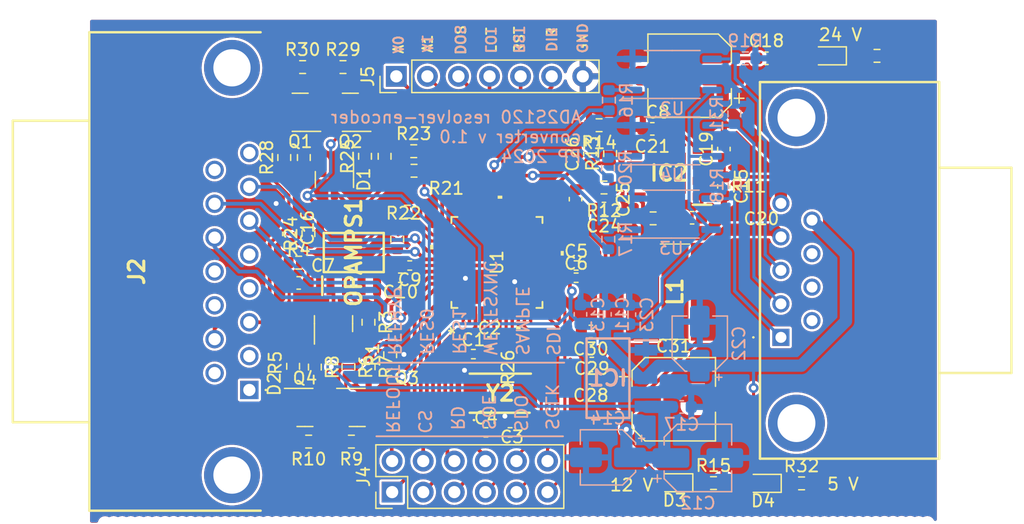
<source format=kicad_pcb>
(kicad_pcb (version 20221018) (generator pcbnew)
  (layers (0 "F.Cu" signal) (31 "B.Cu" signal) (34 "B.Paste" user) (35 "F.Paste" user) (36 "B.SilkS" user "B.Silkscreen") (37 "F.SilkS" user "F.Silkscreen") (38 "B.Mask" user) (39 "F.Mask" user) (44 "Edge.Cuts" user))
  (net 0 "")
  (net 14 "ENCODER_EMULATE_A")
  (net 15 "ENCODER_EMULATE_B")
  (net 16 "ENCODER_EMULATE_NM")
  (net 17 "GND")
  (net 18 "Net-(U1-CLKIN)")
  (net 19 "Net-(U1-XTALOUT)")
  (net 20 "/EXC")
  (net 21 "/~EXC")
  (net 22 "S1")
  (net 23 "S3")
  (net 24 "S4")
  (net 25 "S2")
  (net 37 "R1")
  (net 38 "R2")
  (net 40 "Net-(OPAMPS1---Pad2)")
  (net 41 "Net-(C7-Pad1)")
  (net 42 "Net-(C16-Pad1)")
  (net 43 "Net-(OPAMPS1---Pad6)")
  (net 44 "Net-(Q2-B)")
  (net 45 "Net-(D1-A)")
  (net 46 "Net-(Q1-B)")
  (net 47 "Net-(Q1-E)")
  (net 48 "Net-(Q2-E)")
  (net 49 "Net-(Q3-B)")
  (net 50 "Net-(Q3-E)")
  (net 51 "Net-(Q4-B)")
  (net 52 "Net-(Q4-E)")
  (net 53 "Net-(D1-K-Pad1)")
  (net 54 "Net-(OPAMPS1-OUTPUT_2)")
  (net 55 "Net-(D2-K-Pad1)")
  (net 56 "Net-(D2-A)")
  (net 57 "Net-(OPAMPS1-output_1)")
  (net 58 "EXTERNAL_24V")
  (net 59 "12_V")
  (net 60 "EXTERNAL_5V")
  (net 61 "RES1")
  (net 62 "CS")
  (net 63 "RD")
  (net 64 "WR{slash}FSYNC")
  (net 65 "SOE")
  (net 66 "SAMPLE")
  (net 67 "SDO ")
  (net 68 "SDI ")
  (net 69 "SCLK")
  (net 70 "DIR")
  (net 71 "RESET")
  (net 72 "LOT")
  (net 73 "DOS")
  (net 74 "A1")
  (net 75 "A0")
  (net 76 "REFBYP")
  (net 77 "REFOUT")
  (net 78 "RES0")
  (net 79 "EXTERNAL_GND")
  (net 82 "Net-(C20-Pad1)")
  (net 83 "Net-(IC2-BST)")
  (net 84 "Net-(IC2-SS)")
  (net 85 "Net-(IC2-COMP)")
  (net 86 "Net-(C25-Pad1)")
  (net 87 "Net-(IC2-FB)")
  (net 88 "Net-(IC2-SW)")
  (net 89 "Net-(D3-K)")
  (net 91 "/optoisolation/NM")
  (net 92 "Net-(R16-Pad2)")
  (net 93 "/optoisolation/A")
  (net 94 "Net-(R17-Pad2)")
  (net 95 "/optoisolation/B")
  (net 96 "Net-(R20-Pad2)")
  (net 98 "Net-(D4-K)")
  (net 99 "Net-(D5-K)")
  (footprint "Capacitor_SMD:C_0603_1608Metric" (layer "F.Cu") (at 136.475 76.275 90)
    (fp_text reference "C19")
    (fp_text value "10u ")
  )
  (footprint "Capacitor_SMD:C_0603_1608Metric" (layer "F.Cu") (at 125.6 91.2 180)
    (fp_text reference "C30")
    (fp_text value "10u ")
  )
  (footprint "footprints:AD2S1210WDSTZ_ADI" (layer "F.Cu") (at 117.925 85.54982 90)
    (fp_text reference "U1")
    (fp_text value "AD2S1210WDSTZ")
  )
  (footprint "Resistor_SMD:R_0402_1005Metric" (layer "F.Cu") (at 110.8 85.8 180)
    (fp_text reference "C9")
    (fp_text value "10 nF")
  )
  (footprint "Package_TO_SOT_SMD:SOT-23" (layer "F.Cu") (at 101.84375 73.26875 180)
    (fp_text reference "Q1")
    (fp_text value "BC807")
  )
  (footprint "Capacitor_SMD:C_0603_1608Metric" (layer "F.Cu") (at 126.673 81.145 180)
    (fp_text reference "C24")
    (fp_text value "15p")
  )
  (footprint "Capacitor_SMD:C_0603_1608Metric" (layer "F.Cu") (at 125.6 95 180)
    (fp_text reference "C28")
    (fp_text value "10u ")
  )
  (footprint "Resistor_SMD:R_0603_1608Metric" (layer "F.Cu") (at 100.54375 76.96875 90)
    (fp_text reference "R28")
    (fp_text value "R")
  )
  (footprint "TL082CD:SOIC127P600X175-8N" (layer "F.Cu") (at 106.22375 84.74075 90)
    (fp_text reference "OPAMPS1")
    (fp_text value "TL082CD" hide)
  )
  (footprint "Resistor_SMD:R_0402_1005Metric" (layer "F.Cu") (at 124.4 86.8)
    (fp_text reference "C6")
    (fp_text value "4.7 uF")
  )
  (footprint "Resistor_SMD:R_0402_1005Metric" (layer "F.Cu") (at 124.4 85.8)
    (fp_text reference "C5")
    (fp_text value "10 nF")
  )
  (footprint "Resistor_SMD:R_0603_1608Metric" (layer "F.Cu") (at 142.825 103.625)
    (fp_text reference "R32")
    (fp_text value "2k7")
  )
  (footprint "Resistor_SMD:R_0603_1608Metric" (layer "F.Cu") (at 101.72255 85.56875 180)
    (fp_text reference "R4")
    (fp_text value "R")
  )
  (footprint "Resistor_SMD:R_0603_1608Metric" (layer "F.Cu") (at 105.78725 94.09105 -90)
    (fp_text reference "R6")
    (fp_text value "R")
  )
  (footprint "DS1037:DS10370115FNAKSI74" (layer "F.Cu") (at 97.69 95.985 -90)
    (fp_text reference "J2")
    (fp_text value "DS1037-01-15FNAKSI74" hide)
  )
  (footprint "Resistor_SMD:R_0603_1608Metric" (layer "F.Cu") (at 107.14375 76.86875 90)
    (fp_text reference "R25")
    (fp_text value "R")
  )
  (footprint "AP64501SP:SOIC127P600X163-9N" (layer "F.Cu") (at 132.003 78.25 180)
    (fp_text reference "IC2")
    (fp_text value "AP64501SP-13" hide)
  )
  (footprint "Resistor_SMD:R_0603_1608Metric" (layer "F.Cu") (at 102.53675 100.20825 180)
    (fp_text reference "R10")
    (fp_text value "R")
  )
  (footprint "Resistor_SMD:R_0402_1005Metric" (layer "F.Cu") (at 116 93.05)
    (fp_text reference "C1")
    (fp_text value "4.7 uF")
  )
  (footprint "Resistor_SMD:R_0603_1608Metric" (layer "F.Cu") (at 111.125 76.45)
    (fp_text reference "R23")
    (fp_text value "R")
  )
  (footprint "Connector_PinHeader_2.54mm:PinHeader_2x06_P2.54mm_Vertical" (layer "F.Cu") (at 109.36 104.34 90)
    (fp_text reference "J4")
    (fp_text value "Conn_02x06_Counter_Clockwise" hide)
  )
  (footprint "Package_TO_SOT_SMD:SOT-23" (layer "F.Cu") (at 104.56875 90.55625 90)
    (fp_text reference "D2")
    (fp_text value "BAV99")
  )
  (footprint "Resistor_SMD:R_0603_1608Metric" (layer "F.Cu") (at 103.04475 94.11225 -90)
    (fp_text reference "R8")
    (fp_text value "R")
  )
  (footprint "Resistor_SMD:R_0603_1608Metric" (layer "F.Cu") (at 102.04375 69.56875)
    (fp_text reference "R30")
    (fp_text value "R")
  )
  (footprint "Resistor_SMD:R_0603_1608Metric" (layer "F.Cu") (at 110.6 81.4 180)
    (fp_text reference "R22")
    (fp_text value "R")
  )
  (footprint "Resistor_SMD:R_0603_1608Metric" (layer "F.Cu") (at 105.34375 69.56875)
    (fp_text reference "R29")
    (fp_text value "R")
  )
  (footprint "Resistor_SMD:R_0603_1608Metric" (layer "F.Cu") (at 109.775 83.65 -90)
    (fp_text reference "R2" hide)
    (fp_text value "R")
  )
  (footprint "Capacitor_SMD:CP_Elec_6.3x7.7" (layer "F.Cu") (at 133.675 70.275 180)
    (fp_text reference "C8")
    (fp_text value "100u")
  )
  (footprint "Capacitor_SMD:C_0603_1608Metric" (layer "F.Cu") (at 133.878 81.895)
    (fp_text reference "C20")
    (fp_text value "100n")
  )
  (footprint "Package_TO_SOT_SMD:SOT-23" (layer "F.Cu") (at 106.50575 97.41425)
    (fp_text reference "Q3")
    (fp_text value "BC807")
  )
  (footprint "Resistor_SMD:R_0402_1005Metric" (layer "F.Cu") (at 117.325 92.025)
    (fp_text reference "C2")
    (fp_text value "10 nF")
  )
  (footprint "Resistor_SMD:R_0603_1608Metric" (layer "F.Cu") (at 148.99 68.65)
    (fp_text reference "R33" hide)
    (fp_text value "20k" hide)
  )
  (footprint "LD09P13A4GX00LF:LD09P13A4GX00LF" (layer "F.Cu") (at 141.135 91.68 90)
    (fp_text reference "J3" hide)
    (fp_text value "LD09P13A4GX00LF" hide)
  )
  (footprint "Package_TO_SOT_SMD:SOT-23" (layer "F.Cu") (at 102.23425 97.41425)
    (fp_text reference "Q4")
    (fp_text value "BC817")
  )
  (footprint "ABM3-8.192MHZ-B4Y-T:ABM3" (layer "F.Cu") (at 118.2 96.25)
    (fp_text reference "Y2")
    (fp_text value "ABM3-8.192MHZ-B4Y-T" hide)
  )
  (footprint "Resistor_SMD:R_0603_1608Metric" (layer "F.Cu") (at 106.02975 100.20825 180)
    (fp_text reference "R9")
    (fp_text value "R")
  )
  (footprint "Resistor_SMD:R_0603_1608Metric" (layer "F.Cu") (at 135.625 103.6)
    (fp_text reference "R15")
    (fp_text value "2k7")
  )
  (footprint "Capacitor_SMD:C_0603_1608Metric" (layer "F.Cu") (at 101.72255 87.22625 180)
    (fp_text reference "C7")
    (fp_text value "C")
  )
  (footprint "Resistor_SMD:R_0603_1608Metric" (layer "F.Cu") (at 126.678 79.42 180)
    (fp_text reference "R12")
    (fp_text value "37k")
  )
  (footprint "Resistor_SMD:R_0603_1608Metric" (layer "F.Cu") (at 130.691 81.945 180)
    (fp_text reference "R11")
    (fp_text value "10R")
  )
  (footprint "LED_SMD:LED_0603_1608Metric" (layer "F.Cu") (at 139.675 103.625 180)
    (fp_text reference "D4")
    (fp_text value "LED")
  )
  (footprint "Capacitor_SMD:CP_Elec_6.3x5.4" (layer "F.Cu") (at 132.378 96.745)
    (fp_text reference "C31")
    (fp_text value "100u")
  )
  (footprint "Package_TO_SOT_SMD:SOT-23" (layer "F.Cu") (at 104.64375 78.76875 -90)
    (fp_text reference "D1")
    (fp_text value "BAV99")
  )
  (footprint "Resistor_SMD:R_0603_1608Metric" (layer "F.Cu") (at 108.74375 76.86875 -90)
    (fp_text reference "R26")
    (fp_text value "R")
  )
  (footprint "LED_SMD:LED_0603_1608Metric" (layer "F.Cu") (at 145 68.65 180)
    (fp_text reference "D5" hide)
    (fp_text value "LED" hide)
  )
  (footprint "Resistor_SMD:R_0603_1608Metric" (layer "F.Cu") (at 126.275 74.325 180)
    (fp_text reference "R14")
    (fp_text value "22k")
  )
  (footprint "Resistor_SMD:R_0603_1608Metric" (layer "F.Cu") (at 107.425 90.44375 -90)
    (fp_text reference "R3")
    (fp_text value "R")
  )
  (footprint "Capacitor_SMD:C_0603_1608Metric" (layer "F.Cu") (at 139.95 68.85)
    (fp_text reference "C18")
    (fp_text value "10u " hide)
  )
  (footprint "Capacitor_SMD:C_0603_1608Metric" (layer "F.Cu") (at 124.35 80.375 -90)
    (fp_text reference "C25")
    (fp_text value "2n7")
  )
  (footprint "Capacitor_SMD:C_0603_1608Metric" (layer "F.Cu") (at 136.475 79.325 -90)
    (fp_text reference "C15")
    (fp_text value "10u ")
  )
  (footprint "Resistor_SMD:R_0603_1608Metric" (layer "F.Cu") (at 127.178 76.645 90)
    (fp_text reference "R13")
    (fp_text value "309k")
  )
  (footprint "Resistor_SMD:R_0603_1608Metric" (layer "F.Cu") (at 107.43825 94.09105 -90)
    (fp_text reference "R7")
    (fp_text value "R")
  )
  (footprint "Package_TO_SOT_SMD:SOT-23" (layer "F.Cu") (at 105.94375 73.26875 180)
    (fp_text reference "Q2")
    (fp_text value "BC817")
  )
  (footprint "Resistor_SMD:R_0603_1608Metric" (layer "F.Cu") (at 111.15 78.05 180)
    (fp_text reference "R21")
    (fp_text value "R")
  )
  (footprint "Resistor_SMD:R_0603_1608Metric" (layer "F.Cu") (at 101.26675 94.04925 90)
    (fp_text reference "R5")
    (fp_text value "R")
  )
  (footprint "Resistor_SMD:R_0402_1005Metric" (layer "F.Cu") (at 119 99.45 180)
    (fp_text reference "C3")
    (fp_text value "18 pF")
  )
  (footprint "Resistor_SMD:R_0603_1608Metric" (layer "F.Cu") (at 102.51875 83.19375 90)
    (fp_text reference "R24")
    (fp_text value "R")
  )
  (footprint "Resistor_SMD:R_0402_1005Metric" (layer "F.Cu") (at 117.025 99.45)
    (fp_text reference "C4")
    (fp_text value "18 pF")
  )
  (footprint "Capacitor_SMD:C_0603_1608Metric" (layer "F.Cu") (at 125.528 76.67 90)
    (fp_text reference "C26")
    (fp_text value "100p")
  )
  (footprint "Capacitor_SMD:C_0603_1608Metric" (layer "F.Cu") (at 100.91875 83.21875 90)
    (fp_text reference "C16")
    (fp_text value "C")
  )
  (footprint "Connector_PinHeader_2.54mm:PinHeader_1x07_P2.54mm_Vertical" (layer "F.Cu") (at 109.7 70.325 90)
    (fp_text reference "J5")
    (fp_text value "Conn_01x07_Pin")
  )
  (footprint "Resistor_SMD:R_0402_1005Metric" (layer "F.Cu") (at 110.04 86.8 180)
    (fp_text reference "C10")
    (fp_text value "4.7 uF")
  )
  (footprint "Capacitor_SMD:C_0603_1608Metric" (layer "F.Cu") (at 125.678 92.8 180)
    (fp_text reference "C29")
    (fp_text value "10u ")
  )
  (footprint "LED_SMD:LED_0603_1608Metric" (layer "F.Cu") (at 132.45 103.575 180)
    (fp_text reference "D3")
    (fp_text value "LED")
  )
  (footprint "SDR0805-100ML:SDR0805100ML" (layer "F.Cu") (at 132.478 87.945 90)
    (fp_text reference "L1")
    (fp_text value "10u" hide)
  )
  (footprint "Capacitor_SMD:C_0603_1608Metric" (layer "F.Cu") (at 130.625 74.625 180)
    (fp_text reference "C21")
    (fp_text value "10n")
  )
  (footprint "Resistor_SMD:R_0603_1608Metric" (layer "F.Cu") (at 109.2 93.1 90)
    (fp_text reference "R1")
    (fp_text value "R")
  )
  (footprint "Resistor_SMD:R_0603_1608Metric" (layer "F.Cu") (at 102.14375 76.96875 90)
    (fp_text reference "R27" hide)
    (fp_text value "R")
  )
  (footprint "Capacitor_SMD:C_0603_1608Metric" (layer "B.Cu") (at 126.753 89.795 90)
    (fp_text reference "C11")
    (fp_text value "10u ")
  )
  (footprint "Capacitor_SMD:C_0603_1608Metric" (layer "B.Cu") (at 124.753 89.795 90)
    (fp_text reference "C13")
    (fp_text value "10u ")
  )
  (footprint "Package_SO:SOIC-4_4.55x3.7mm_P2.54mm" (layer "B.Cu") (at 132.253 75.6)
    (fp_text reference "U4")
    (fp_text value "TLP185")
  )
  (footprint "Capacitor_SMD:CP_Elec_4x5.4" (layer "B.Cu") (at 134.503 92.195 90)
    (fp_text reference "C22")
    (fp_text value "22 uF")
  )
  (footprint "Resistor_SMD:R_0603_1608Metric" (layer "B.Cu") (at 137.328 73.4 -90)
    (fp_text reference "R31")
    (fp_text value "1k")
  )
  (footprint "Resistor_SMD:R_0603_1608Metric" (layer "B.Cu") (at 127.028 83.65 90)
    (fp_text reference "R17")
    (fp_text value "1k")
  )
  (footprint "Package_SO:SOIC-4_4.55x3.7mm_P2.54mm" (layer "B.Cu") (at 132.178 81.6)
    (fp_text reference "U3")
    (fp_text value "TLP185")
  )
  (footprint "Capacitor_SMD:C_0603_1608Metric" (layer "B.Cu") (at 128.753 89.82 90)
    (fp_text reference "C23")
    (fp_text value "100 nF")
  )
  (footprint "Resistor_SMD:R_0603_1608Metric" (layer "B.Cu") (at 138.225 68.85 180)
    (fp_text reference "R19")
    (fp_text value "1k")
  )
  (footprint "Capacitor_SMD:C_0603_1608Metric" (layer "B.Cu") (at 133.028 97.37)
    (fp_text reference "C17")
    (fp_text value "100 nF")
  )
  (footprint "AZ117CH:SOT230P700X170-4N" (layer "B.Cu") (at 127.003 95.02 180)
    (fp_text reference "IC1")
    (fp_text value "AZ1117CH-5.0TRG1" hide)
  )
  (footprint "Capacitor_SMD:CP_Elec_5x5.4" (layer "B.Cu") (at 134.35 101.545)
    (fp_text reference "C12")
    (fp_text value "50 uF")
  )
  (footprint "Resistor_SMD:R_0603_1608Metric" (layer "B.Cu") (at 127.078 72.275 90)
    (fp_text reference "R16")
    (fp_text value "1k")
  )
  (footprint "Package_SO:SOIC-4_4.55x3.7mm_P2.54mm" (layer "B.Cu") (at 132.253 70.175)
    (fp_text reference "U2")
    (fp_text value "TLP185")
  )
  (footprint "Capacitor_SMD:CP_Elec_4x5.4" (layer "B.Cu") (at 127 101.5 180)
    (fp_text reference "C14")
    (fp_text value "10 uF")
  )
  (footprint "Resistor_SMD:R_0603_1608Metric" (layer "B.Cu") (at 137.353 79.25 -90)
    (fp_text reference "R18")
    (fp_text value "1k")
  )
  (footprint "Resistor_SMD:R_0603_1608Metric" (layer "B.Cu") (at 127.003 77.825 90)
    (fp_text reference "R20")
    (fp_text value "1k")
  )
  (gr_line (start 108.175 93.75) (end 123.425 93.75) (stroke (width 0.15)) (layer "B.SilkS"))
  (gr_line (start 108.075 99.775) (end 123.325 99.775) (stroke (width 0.15)) (layer "B.SilkS"))
  (gr_text "LOT\n" (at 116.925 68.525 -90) (layer "B.SilkS") (effects (font (size 0.8 0.8)) (justify left bottom mirror)))
  (gr_text "DIR" (at 121.875 68.4 -90) (layer "B.SilkS") (effects (font (size 0.8 0.8)) (justify left bottom mirror)))
  (gr_text "DOS\n" (at 114.425 68.625 -90) (layer "B.SilkS") (effects (font (size 0.8 0.8)) (justify left bottom mirror)))
  (gr_text "SOE" (at 116.65 99.35 -90) (layer "B.SilkS") (effects (font (size 1 1)) (justify left bottom mirror)))
  (gr_text "REFOUT" (at 108.8 99.625 -90) (layer "B.SilkS") (effects (font (size 1 1)) (justify left bottom mirror)))
  (gr_text "A0\n" (at 109.35 68.55 -90) (layer "B.SilkS") (effects (font (size 0.8 0.8)) (justify left bottom mirror)))
  (gr_text "SDO" (at 119.275 99.475 -90) (layer "B.SilkS") (effects (font (size 1 1)) (justify left bottom mirror)))
  (gr_text "GND" (at 124.4 68.525 -90) (layer "B.SilkS") (effects (font (size 0.8 0.8)) (justify left bottom mirror)))
  (gr_text "WE/FSYNC" (at 116.775 93.275 -90) (layer "B.SilkS") (effects (font (size 1 1)) (justify left bottom mirror)))
  (gr_text "REFBYP" (at 108.95 93.25 270) (layer "B.SilkS") (effects (font (size 1 1)) (justify left bottom mirror)))
  (gr_text "AD2S120 resolver-encoder\nconverter v 1.0\nPP 2024" (at 124.925 77.475) (layer "B.SilkS") (effects (font (size 1 1)) (justify left bottom mirror)))
  (gr_text "A1" (at 111.75 68.45 -90) (layer "B.SilkS") (effects (font (size 0.8 0.8)) (justify left bottom mirror)))
  (gr_text "SDI" (at 121.925 93.275 -90) (layer "B.SilkS") (effects (font (size 1 1)) (justify left bottom mirror)))
  (gr_text "CS" (at 111.425 99.65 -90) (layer "B.SilkS") (effects (font (size 1 1)) (justify left bottom mirror)))
  (gr_text "RES0" (at 111.575 93.2 -90) (layer "B.SilkS") (effects (font (size 1 1)) (justify left bottom mirror)))
  (gr_text "SAMPLE\n" (at 119.4 93.25 -90) (layer "B.SilkS") (effects (font (size 1 1)) (justify left bottom mirror)))
  (gr_text "RD" (at 114.1 99.375 -90) (layer "B.SilkS") (effects (font (size 1 1)) (justify left bottom mirror)))
  (gr_text "SCLK\n" (at 121.825 99.35 -90) (layer "B.SilkS") (effects (font (size 1 1)) (justify left bottom mirror)))
  (gr_text "RES1" (at 114.225 93.175 -90) (layer "B.SilkS") (effects (font (size 1 1)) (justify left bottom mirror)))
  (gr_text "RST" (at 119.25 68.525 -90) (layer "B.SilkS") (effects (font (size 0.8 0.8)) (justify left bottom mirror)))
  (gr_text "GND" (at 125.4 68.525 90) (layer "F.SilkS") (effects (font (size 0.8 0.8)) (justify left bottom)))
  (gr_text "A0\n" (at 110.35 68.55 90) (layer "F.SilkS") (effects (font (size 0.8 0.8)) (justify left bottom)))
  (gr_text "A1" (at 112.725 68.475 90) (layer "F.SilkS") (effects (font (size 0.8 0.8)) (justify left bottom)))
  (gr_text "24 V" (at 144.14 67.51) (layer "F.SilkS") (effects (font (size 1 1)) (justify left bottom)))
  (gr_text "RST" (at 120.225 68.525 90) (layer "F.SilkS") (effects (font (size 0.8 0.8)) (justify left bottom)))
  (gr_text "DOS\n" (at 115.45 68.65 90) (layer "F.SilkS") (effects (font (size 0.8 0.8)) (justify left bottom)))
  (gr_text "DIR" (at 122.9 68.4 90) (layer "F.SilkS") (effects (font (size 0.8 0.8)) (justify left bottom)))
  (gr_text "5 V" (at 144.825 104.275) (layer "F.SilkS") (effects (font (size 1 1)) (justify left bottom)))
  (gr_text "12 V" (at 127.075 104.35) (layer "F.SilkS") (effects (font (size 1 1)) (justify left bottom)))
  (gr_text "LOT\n" (at 117.95 68.525 90) (layer "F.SilkS") (effects (font (size 0.8 0.8)) (justify left bottom)))
  (segment (start 137.098 80.33) (end 137.353 80.075) (width 0.25) (layer "B.Cu") (net 14))
  (segment (start 137.353 87.898) (end 141.135 91.68) (width 0.25) (layer "B.Cu") (net 14))
  (segment (start 135.428 80.33) (end 137.098 80.33) (width 0.25) (layer "B.Cu") (net 14))
  (segment (start 137.353 80.075) (end 137.353 87.898) (width 0.25) (layer "B.Cu") (net 14))
  (segment (start 138.928 86.733) (end 141.135 88.94) (width 0.25) (layer "B.Cu") (net 15))
  (segment (start 138.928 75.825) (end 138.928 86.733) (width 0.25) (layer "B.Cu") (net 15))
  (segment (start 135.503 74.33) (end 137.223 74.33) (width 0.25) (layer "B.Cu") (net 15))
  (segment (start 137.223 74.33) (end 137.328 74.225) (width 0.25) (layer "B.Cu") (net 15))
  (segment (start 137.328 74.225) (end 138.928 75.825) (width 0.25) (layer "B.Cu") (net 15))
  (segment (start 139.303 72.417666) (end 139.303 75.05) (width 0.25) (layer "B.Cu") (net 16))
  (segment (start 137.345 68.905) (end 137.4 68.85) (width 0.25) (layer "B.Cu") (net 16))
  (segment (start 139.303 75.05) (end 139.853 75.6) (width 0.25) (layer "B.Cu") (net 16))
  (segment (start 137.4 70.514666) (end 139.303 72.417666) (width 0.25) (layer "B.Cu") (net 16))
  (segment (start 137.4 68.85) (end 137.4 70.514666) (width 0.25) (layer "B.Cu") (net 16))
  (segment (start 139.853 75.6) (end 139.853 84.918) (width 0.25) (layer "B.Cu") (net 16))
  (segment (start 139.853 84.918) (end 141.135 86.2) (width 0.25) (layer "B.Cu") (net 16))
  (segment (start 135.503 68.905) (end 137.345 68.905) (width 0.25) (layer "B.Cu") (net 16))
  (segment (start 116.515 92.025) (end 116.84 92.025) (width 0.25) (layer "F.Cu") (net 17))
  (segment (start 129.315 78.885) (end 131.368 78.885) (width 0.3) (layer "F.Cu") (net 17))
  (segment (start 110.29 85.8) (end 110.07 85.8) (width 0.25) (layer "F.Cu") (net 17))
  (segment (start 116.84 92.025) (end 117.174999 91.690001) (width 0.25) (layer "F.Cu") (net 17))
  (segment (start 100.90625 75.78125) (end 100.90625 73.26875) (width 0.3) (layer "F.Cu") (net 17))
  (segment (start 132.003 78.25) (end 132.003 76.778) (width 0.3) (layer "F.Cu") (net 17))
  (segment (start 135.228 102.445) (end 135.178 102.395) (width 0.3) (layer "F.Cu") (net 17))
  (segment (start 107.425 91.26875) (end 108.25 90.44375) (width 0.3) (layer "F.Cu") (net 17))
  (segment (start 125.893 81.15) (end 125.898 81.145) (width 0.3) (layer "F.Cu") (net 17))
  (segment (start 108.12875 87.45275) (end 108.12875 87.42125) (width 0.3) (layer "F.Cu") (net 17))
  (segment (start 110.07 85.8) (end 109.53 86.34) (width 0.25) (layer "F.Cu") (net 17))
  (segment (start 124.35 81.15) (end 125.893 81.15) (width 0.3) (layer "F.Cu") (net 17))
  (segment (start 100.54375 76.14375) (end 100.90625 75.78125) (width 0.3) (layer "F.Cu") (net 17))
  (segment (start 108.25 90.44375) (end 108.25 87.574) (width 0.3) (layer "F.Cu") (net 17))
  (segment (start 109.53 86.34) (end 109.53 86.8) (width 0.25) (layer "F.Cu") (net 17))
  (segment (start 115.49 93.05) (end 116.515 92.025) (width 0.25) (layer "F.Cu") (net 17))
  (segment (start 117.174999 91.690001) (end 117.174999 89.82464) (width 0.25) (layer "F.Cu") (net 17))
  (segment (start 131.368 78.885) (end 132.003 78.25) (width 0.3) (layer "F.Cu") (net 17))
  (segment (start 115.275 94.375) (end 115.275 93.265) (width 0.3) (layer "F.Cu") (net 17))
  (segment (start 109.53 86.8) (end 109.49 86.8) (width 0.25) (layer "F.Cu") (net 17))
  (segment (start 108.25 87.574) (end 108.12875 87.45275) (width 0.3) (layer "F.Cu") (net 17))
  (segment (start 132.003 76.778) (end 129.85 74.625) (width 0.3) (layer "F.Cu") (net 17))
  (segment (start 115.275 93.265) (end 115.49 93.05) (width 0.3) (layer "F.Cu") (net 17))
  (via (at 110.325 93.075) (size 0.8) (drill 0.4) (layers "F.Cu" "B.Cu") (net 17))
  (via (at 115.35 86.85) (size 0.8) (drill 0.4) (layers "F.Cu" "B.Cu") (net 17))
  (via (at 115.275 94.375) (size 0.8) (drill 0.4) (layers "F.Cu" "B.Cu") (net 17))
  (via (at 119.375 87.125) (size 0.8) (drill 0.4) (layers "F.Cu" "B.Cu") (net 17))
  (via (at 118.575 98.125) (size 0.8) (drill 0.4) (layers "F.Cu" "B.Cu") (net 17))
  (via (at 99.88 80.73) (size 0.8) (drill 0.4) (layers "F.Cu" "B.Cu") (net 17))
  (segment (start 116.515 99.45) (end 116.15 99.085) (width 0.25) (layer "F.Cu") (net 18))
  (segment (start 118.175 91.361396) (end 118.725 91.911396) (width 0.25) (layer "F.Cu") (net 18))
  (segment (start 118.175 89.82464) (end 118.175 91.361396) (width 0.25) (layer "F.Cu") (net 18))
  (segment (start 118.725 93.675) (end 116.15 96.25) (width 0.25) (layer "F.Cu") (net 18))
  (segment (start 118.725 91.911396) (end 118.725 93.675) (width 0.25) (layer "F.Cu") (net 18))
  (segment (start 116.15 99.085) (end 116.15 96.25) (width 0.25) (layer "F.Cu") (net 18))
  (segment (start 120.25 98.71) (end 120.25 96.25) (width 0.25) (layer "F.Cu") (net 19))
  (segment (start 118.675001 91.225001) (end 119.175 91.725) (width 0.25) (layer "F.Cu") (net 19))
  (segment (start 120.25 93.75) (end 120.25 96.25) (width 0.25) (layer "F.Cu") (net 19))
  (segment (start 119.175 92.675) (end 120.25 93.75) (width 0.25) (layer "F.Cu") (net 19))
  (segment (start 118.675001 89.82464) (end 118.675001 91.225001) (width 0.25) (layer "F.Cu") (net 19))
  (segment (start 119.175 91.725) (end 119.175 92.675) (width 0.25) (layer "F.Cu") (net 19))
  (segment (start 119.51 99.45) (end 120.25 98.71) (width 0.25) (layer "F.Cu") (net 19))
  (segment (start 111.425 82.045088) (end 112.679731 83.299819) (width 0.25) (layer "F.Cu") (net 20))
  (segment (start 112.679731 83.299819) (end 113.650152 83.299819) (width 0.25) (layer "F.Cu") (net 20))
  (segment (start 111.425 81.4) (end 111.425 82.045088) (width 0.25) (layer "F.Cu") (net 20))
  (segment (start 109.87255 82.825) (end 111.568516 82.825) (width 0.25) (layer "F.Cu") (net 21))
  (segment (start 109.862219 83.299819) (end 109.73115 83.16875) (width 0.25) (layer "F.Cu") (net 21))
  (segment (start 109.72255 82.975) (end 109.87255 82.825) (width 0.25) (layer "F.Cu") (net 21))
  (segment (start 111.568516 82.825) (end 112.543337 83.799821) (width 0.25) (layer "F.Cu") (net 21))
  (segment (start 112.543337 83.799821) (end 113.650152 83.799821) (width 0.25) (layer "F.Cu") (net 21))
  (segment (start 112.819251 84.799819) (end 113.650152 84.799819) (width 0.3) (layer "F.Cu") (net 22))
  (segment (start 112.619432 84.6) (end 112.819251 84.799819) (width 0.3) (layer "F.Cu") (net 22))
  (segment (start 112.25 84.6) (end 112.619432 84.6) (width 0.3) (layer "F.Cu") (net 22))
  (segment (start 111.225 83.575) (end 112.25 84.6) (width 0.3) (layer "F.Cu") (net 22))
  (via (at 111.225 83.575) (size 0.8) (drill 0.4) (layers "F.Cu" "B.Cu") (net 22))
  (segment (start 104.3 83.7) (end 100.65 80.05) (width 0.3) (layer "B.Cu") (net 22))
  (segment (start 100.65 79.989339) (end 100.025661 79.365) (width 0.3) (layer "B.Cu") (net 22))
  (segment (start 105.4 83.7) (end 104.3 83.7) (width 0.3) (layer "B.Cu") (net 22))
  (segment (start 100.025661 79.365) (end 97.69 79.365) (width 0.3) (layer "B.Cu") (net 22))
  (segment (start 111.225 83.575) (end 111.1005 83.6995) (width 0.3) (layer "B.Cu") (net 22))
  (segment (start 111.1005 83.6995) (end 105.4005 83.6995) (width 0.3) (layer "B.Cu") (net 22))
  (segment (start 100.65 80.05) (end 100.65 79.989339) (width 0.3) (layer "B.Cu") (net 22))
  (segment (start 105.4005 83.6995) (end 105.4 83.7) (width 0.3) (layer "B.Cu") (net 22))
  (segment (start 111.992714 85.29982) (end 113.650152 85.29982) (width 0.3) (layer "F.Cu") (net 23))
  (segment (start 111.367894 84.675) (end 111.992714 85.29982) (width 0.3) (layer "F.Cu") (net 23))
  (segment (start 111.225 84.675) (end 111.367894 84.675) (width 0.3) (layer "F.Cu") (net 23))
  (via (at 111.225 84.675) (size 0.8) (drill 0.4) (layers "F.Cu" "B.Cu") (net 23))
  (segment (start 98.61 80.75) (end 94.85 80.75) (width 0.3) (layer "B.Cu") (net 23))
  (segment (start 111.224773 84.675227) (end 102.535227 84.675227) (width 0.3) (layer "B.Cu") (net 23))
  (segment (start 111.225 84.675) (end 111.224773 84.675227) (width 0.3) (layer "B.Cu") (net 23))
  (segment (start 102.535227 84.675227) (end 98.61 80.75) (width 0.3) (layer "B.Cu") (net 23))
  (segment (start 109.3 89.888422) (end 109.3 89.085788) (width 0.3) (layer "F.Cu") (net 24))
  (segment (start 109.088276 90.100146) (end 109.3 89.888422) (width 0.3) (layer "F.Cu") (net 24))
  (segment (start 109.3 89.085788) (end 112.085967 86.299821) (width 0.3) (layer "F.Cu") (net 24))
  (segment (start 112.085967 86.299821) (end 113.650152 86.299821) (width 0.3) (layer "F.Cu") (net 24))
  (via (at 109.088276 90.100146) (size 0.8) (drill 0.4) (layers "F.Cu" "B.Cu") (net 24))
  (segment (start 108.2 88.4) (end 100.375 88.4) (width 0.3) (layer "B.Cu") (net 24))
  (segment (start 94.85 84.3) (end 94.85 83.52) (width 0.3) (layer "B.Cu") (net 24))
  (segment (start 98.275 86.3) (end 96.85 86.3) (width 0.3) (layer "B.Cu") (net 24))
  (segment (start 109.088276 90.100146) (end 108.8 89.81187) (width 0.3) (layer "B.Cu") (net 24))
  (segment (start 108.8 89.81187) (end 108.8 89) (width 0.3) (layer "B.Cu") (net 24))
  (segment (start 108.8 89) (end 108.2 88.4) (width 0.3) (layer "B.Cu") (net 24))
  (segment (start 100.375 88.4) (end 98.275 86.3) (width 0.3) (layer "B.Cu") (net 24))
  (segment (start 96.85 86.3) (end 94.85 84.3) (width 0.3) (layer "B.Cu") (net 24))
  (segment (start 110.087701 90.087701) (end 110.5 89.675402) (width 0.3) (layer "F.Cu") (net 25))
  (segment (start 110.5 89.675402) (end 110.5 88.592894) (width 0.3) (layer "F.Cu") (net 25))
  (segment (start 110.5 88.592894) (end 112.293074 86.79982) (width 0.3) (layer "F.Cu") (net 25))
  (segment (start 112.293074 86.79982) (end 113.650152 86.79982) (width 0.3) (layer "F.Cu") (net 25))
  (via (at 110.087701 90.087701) (size 0.8) (drill 0.4) (layers "F.Cu" "B.Cu") (net 25))
  (segment (start 97.69 82.135) (end 102.755 87.2) (width 0.3) (layer "B.Cu") (net 25))
  (segment (start 109.8 88.85) (end 109.8 89.8) (width 0.3) (layer "B.Cu") (net 25))
  (segment (start 108.15 87.2) (end 109.8 88.85) (width 0.3) (layer "B.Cu") (net 25))
  (segment (start 102.755 87.2) (end 108.15 87.2) (width 0.3) (layer "B.Cu") (net 25))
  (segment (start 109.8 89.8) (end 110.087701 90.087701) (width 0.3) (layer "B.Cu") (net 25))
  (segment (start 103.36175 100.21765) (end 103.36175 100.91655) (width 0.25) (layer "F.Cu") (net 37))
  (segment (start 99.96875 100.41825) (end 99.96875 89.71875) (width 0.25) (layer "F.Cu") (net 37))
  (segment (start 100.94755 88.73995) (end 100.94755 87.22625) (width 0.25) (layer "F.Cu") (net 37))
  (segment (start 97.69 90.445) (end 99.2425 90.445) (width 0.3) (layer "F.Cu") (net 37))
  (segment (start 99.2425 90.445) (end 99.96875 89.71875) (width 0.3) (layer "F.Cu") (net 37))
  (segment (start 100.94755 87.22625) (end 100.94755 85.61875) (width 0.25) (layer "F.Cu") (net 37))
  (segment (start 100.74155 101.19105) (end 99.96875 100.41825) (width 0.25) (layer "F.Cu") (net 37))
  (segment (start 103.36175 100.91655) (end 103.08725 101.19105) (width 0.25) (layer "F.Cu") (net 37))
  (segment (start 103.36175 100.20825) (end 105.20475 100.20825) (width 0.25) (layer "F.Cu") (net 37))
  (segment (start 103.08725 101.19105) (end 100.74155 101.19105) (width 0.25) (layer "F.Cu") (net 37))
  (segment (start 99.96875 89.71875) (end 100.94755 88.73995) (width 0.25) (layer "F.Cu") (net 37))
  (segment (start 100.94755 85.61875) (end 100.89755 85.56875) (width 0.25) (layer "F.Cu") (net 37))
  (segment (start 99.41875 78.56875) (end 99.41875 69.59375) (width 0.25) (layer "F.Cu") (net 38))
  (segment (start 99.41875 69.59375) (end 100.46875 68.54375) (width 0.25) (layer "F.Cu") (net 38))
  (segment (start 100.91875 82.44375) (end 102.44375 82.44375) (width 0.25) (layer "F.Cu") (net 38))
  (segment (start 99.35 88.07) (end 99.35 84.0125) (width 0.3) (layer "F.Cu") (net 38))
  (segment (start 94.85 91.83) (end 94.85 90.967893) (width 0.3) (layer "F.Cu") (net 38))
  (segment (start 100.91875 82.44375) (end 100.91875 80.06875) (width 0.25) (layer "F.Cu") (net 38))
  (segment (start 102.86875 69.56875) (end 104.51875 69.56875) (width 0.25) (layer "F.Cu") (net 38))
  (segment (start 100.46875 68.54375) (end 102.50625 68.54375) (width 0.25) (layer "F.Cu") (net 38))
  (segment (start 100.91875 80.06875) (end 99.41875 78.56875) (width 0.25) (layer "F.Cu") (net 38))
  (segment (start 99.35 84.0125) (end 100.91875 82.44375) (width 0.3) (layer "F.Cu") (net 38))
  (segment (start 98.39 89.03) (end 99.35 88.07) (width 0.3) (layer "F.Cu") (net 38))
  (segment (start 102.44375 82.44375) (end 102.51875 82.36875) (width 0.25) (layer "F.Cu") (net 38))
  (segment (start 102.50625 68.54375) (end 102.86875 68.90625) (width 0.25) (layer "F.Cu") (net 38))
  (segment (start 102.86875 68.90625) (end 102.86875 69.56875) (width 0.25) (layer "F.Cu") (net 38))
  (segment (start 94.85 90.967893) (end 96.787893 89.03) (width 0.3) (layer "F.Cu") (net 38))
  (segment (start 96.787893 89.03) (end 98.39 89.03) (width 0.3) (layer "F.Cu") (net 38))
  (segment (start 106.46875 91.76875) (end 106.975 92.275) (width 0.3) (layer "F.Cu") (net 40))
  (segment (start 105.58875 87.91375) (end 107.359375 89.684375) (width 0.3) (layer "F.Cu") (net 40))
  (segment (start 105.58875 87.45275) (end 105.58875 87.89025) (width 0.25) (layer "F.Cu") (net 40))
  (segment (start 107.359375 89.684375) (end 106.46875 90.575) (width 0.3) (layer "F.Cu") (net 40))
  (segment (start 106.975 92.275) (end 109.2 92.275) (width 0.3) (layer "F.Cu") (net 40))
  (segment (start 106.46875 90.575) (end 106.46875 91.76875) (width 0.3) (layer "F.Cu") (net 40))
  (segment (start 105.58875 87.45275) (end 105.58875 87.91375) (width 0.3) (layer "F.Cu") (net 40))
  (segment (start 109.2 92.275) (end 109.2 92.1) (width 0.3) (layer "F.Cu") (net 40))
  (segment (start 106.85875 86.45275) (end 106.85875 87.45275) (width 0.25) (layer "F.Cu") (net 41))
  (segment (start 102.49755 85.37625) (end 102.54755 85.32625) (width 0.25) (layer "F.Cu") (net 41))
  (segment (start 102.49755 87.05345) (end 102.49755 85.37625) (width 0.25) (layer "F.Cu") (net 41))
  (segment (start 105.97475 85.56875) (end 102.54755 85.56875) (width 0.25) (layer "F.Cu") (net 41))
  (segment (start 109.775 84.475) (end 108.8365 84.475) (width 0.25) (layer "F.Cu") (net 41))
  (segment (start 105.97475 85.56875) (end 106.85875 86.45275) (width 0.25) (layer "F.Cu") (net 41))
  (segment (start 108.8365 84.475) (end 106.85875 86.45275) (width 0.25) (layer "F.Cu") (net 41))
  (segment (start 109.14625 82.02875) (end 109.775 81.4) (width 0.25) (layer "F.Cu") (net 42))
  (segment (start 107.06875 84.01875) (end 107.21875 83.86875) (width 0.3) (layer "F.Cu") (net 42))
  (segment (start 107.21875 83.86875) (end 108.12875 82.95875) (width 0.25) (layer "F.Cu") (net 42))
  (segment (start 108.12875 82.02875) (end 109.14625 82.02875) (width 0.25) (layer "F.Cu") (net 42))
  (segment (start 100.91875 83.99375) (end 102.49375 83.99375) (width 0.3) (layer "F.Cu") (net 42))
  (segment (start 102.51875 84.01875) (end 107.06875 84.01875) (width 0.3) (layer "F.Cu") (net 42))
  (segment (start 102.49375 83.99375) (end 102.51875 84.01875) (width 0.3) (layer "F.Cu") (net 42))
  (segment (start 108.12875 82.95875) (end 108.12875 82.02875) (width 0.25) (layer "F.Cu") (net 42))
  (segment (start 110.325 78.05) (end 110.325 78.275) (width 0.3) (layer "F.Cu") (net 43))
  (segment (start 106.85875 81.17875) (end 107.94375 80.09375) (width 0.25) (layer "F.Cu") (net 43))
  (segment (start 110.325 78.05) (end 110.325 76.475) (width 0.3) (layer "F.Cu") (net 43))
  (segment (start 110.325 76.475) (end 110.3 76.45) (width 0.3) (layer "F.Cu") (net 43))
  (segment (start 108.8375 79.2) (end 107.94375 80.09375) (width 0.3) (layer "F.Cu") (net 43))
  (segment (start 110.325 78.275) (end 109.4 79.2) (width 0.3) (layer "F.Cu") (net 43))
  (segment (start 106.85875 82.02875) (end 106.85875 81.17875) (width 0.25) (layer "F.Cu") (net 43))
  (segment (start 109.4 79.2) (end 108.8375 79.2) (width 0.3) (layer "F.Cu") (net 43))
  (segment (start 108.74375 75.56875) (end 108.74375 76.04375) (width 0.25) (layer "F.Cu") (net 44))
  (segment (start 107.39375 74.21875) (end 108.74375 75.56875) (width 0.25) (layer "F.Cu") (net 44))
  (segment (start 106.88125 74.21875) (end 107.39375 74.21875) (width 0.25) (layer "F.Cu") (net 44))
  (segment (start 103.65625 77.79375) (end 103.69375 77.83125) (width 0.25) (layer "F.Cu") (net 45))
  (segment (start 100.54375 77.79375) (end 102.14375 77.79375) (width 0.25) (layer "F.Cu") (net 45))
  (segment (start 102.14375 77.79375) (end 103.65625 77.79375) (width 0.25) (layer "F.Cu") (net 45))
  (segment (start 102.14375 74.85625) (end 102.78125 74.21875) (width 0.25) (layer "F.Cu") (net 46))
  (segment (start 102.14375 76.14375) (end 102.14375 74.85625) (width 0.25) (layer "F.Cu") (net 46))
  (segment (start 101.21875 70.75625) (end 101.21875 69.56875) (width 0.25) (layer "F.Cu") (net 47))
  (segment (start 102.78125 72.31875) (end 101.21875 70.75625) (width 0.25) (layer "F.Cu") (net 47))
  (segment (start 106.16875 71.60625) (end 106.88125 72.31875) (width 0.25) (layer "F.Cu") (net 48))
  (segment (start 106.16875 69.56875) (end 106.16875 71.60625) (width 0.25) (layer "F.Cu") (net 48))
  (segment (start 105.56825 96.46425) (end 105.56825 95.04875) (width 0.25) (layer "F.Cu") (net 49))
  (segment (start 105.56825 95.04875) (end 105.67975 94.93725) (width 0.25) (layer "F.Cu") (net 49))
  (segment (start 106.85475 99.65075) (end 105.56825 98.36425) (width 0.25) (layer "F.Cu") (net 50))
  (segment (start 107.01275 100.20825) (end 106.85475 100.20825) (width 0.25) (layer "F.Cu") (net 50))
  (segment (start 106.85475 100.20825) (end 106.85475 99.65075) (width 0.25) (layer "F.Cu") (net 50))
  (segment (start 101.26675 96.43425) (end 101.29675 96.46425) (width 0.25) (layer "F.Cu") (net 51))
  (segment (start 101.26675 94.87425) (end 101.26675 96.43425) (width 0.25) (layer "F.Cu") (net 51))
  (segment (start 101.29675 99.79325) (end 101.71175 100.20825) (width 0.25) (layer "F.Cu") (net 52))
  (segment (start 101.29675 98.36425) (end 101.29675 99.79325) (width 0.25) (layer "F.Cu") (net 52))
  (segment (start 107.00625 77.83125) (end 107.14375 77.69375) (width 0.25) (layer "F.Cu") (net 53))
  (segment (start 107.14375 77.69375) (end 108.74375 77.69375) (width 0.25) (layer "F.Cu") (net 53))
  (segment (start 105.59375 77.83125) (end 107.00625 77.83125) (width 0.25) (layer "F.Cu") (net 53))
  (segment (start 105.58875 80.65125) (end 105.58875 82.02875) (width 0.3) (layer "F.Cu") (net 54))
  (segment (start 105.58875 82.02875) (end 105.61875 81.99875) (width 0.25) (layer "F.Cu") (net 54))
  (segment (start 104.64375 79.70625) (end 105.58875 80.65125) (width 0.3) (layer "F.Cu") (net 54))
  (segment (start 103.04475 93.28725) (end 101.32975 93.28725) (width 0.25) (layer "F.Cu") (net 55))
  (segment (start 101.26675 92.70775) (end 102.48075 91.49375) (width 0.25) (layer "F.Cu") (net 55))
  (segment (start 102.48075 91.49375) (end 103.61875 91.49375) (width 0.25) (layer "F.Cu") (net 55))
  (segment (start 101.26675 93.22425) (end 101.26675 92.70775) (width 0.25) (layer "F.Cu") (net 55))
  (segment (start 101.32975 93.28725) (end 101.26675 93.22425) (width 0.25) (layer "F.Cu") (net 55))
  (segment (start 107.33075 93.28725) (end 105.67975 93.28725) (width 0.25) (layer "F.Cu") (net 56))
  (segment (start 105.51875 93.12625) (end 105.51875 91.49375) (width 0.25) (layer "F.Cu") (net 56))
  (segment (start 105.67975 93.28725) (end 105.51875 93.12625) (width 0.25) (layer "F.Cu") (net 56))
  (segment (start 104.56875 87.70275) (end 104.31875 87.45275) (width 0.3) (layer "F.Cu") (net 57))
  (segment (start 104.56875 89.61875) (end 104.56875 87.70275) (width 0.3) (layer "F.Cu") (net 57))
  (segment (start 136.475 77.05) (end 136.475 78.55) (width 0.3) (layer "F.Cu") (net 58))
  (segment (start 134.691 78.885) (end 136.14 78.885) (width 0.3) (layer "F.Cu") (net 58))
  (segment (start 144.21 68.8725) (end 144.2925 68.79) (width 0.3) (layer "F.Cu") (net 58))
  (segment (start 141.135 78.575) (end 145.595 78.575) (width 0.3) (layer "F.Cu") (net 58))
  (segment (start 139.175 68.85) (end 137.8 68.85) (width 0.3) (layer "F.Cu") (net 58))
  (segment (start 134.691 77.615) (end 135.338 77.615) (width 0.3) (layer "F.Cu") (net 58))
  (segment (start 136.375 72.625) (end 136.375 70.275) (width 1) (layer "F.Cu") (net 58))
  (segment (start 144.21 69.75) (end 144.21 68.8725) (width 0.3) (layer "F.Cu") (net 58))
  (segment (start 141.11 78.55) (end 141.135 78.575) (width 0.3) (layer "F.Cu") (net 58))
  (segment (start 136.475 78.55) (end 141.11 78.55) (width 0.3) (layer "F.Cu") (net 58))
  (segment (start 145.595 78.575) (end 147.52 76.65) (width 0.3) (layer "F.Cu") (net 58))
  (segment (start 147.52 76.65) (end 147.52 71.74) (width 0.3) (layer "F.Cu") (net 58))
  (segment (start 141.135 78.575) (end 141.135 77.385) (width 1) (layer "F.Cu") (net 58))
  (segment (start 136.14 78.885) (end 136.475 78.55) (width 0.3) (layer "F.Cu") (net 58))
  (segment (start 147.52 71.74) (end 146.22 70.44) (width 0.3) (layer "F.Cu") (net 58))
  (segment (start 141.135 77.385) (end 136.375 72.625) (width 1) (layer "F.Cu") (net 58))
  (segment (start 146.22 70.44) (end 144.9 70.44) (width 0.3) (layer "F.Cu") (net 58))
  (segment (start 137.8 68.85) (end 136.375 70.275) (width 0.3) (layer "F.Cu") (net 58))
  (segment (start 141.135 80.72) (end 141.135 78.575) (width 1) (layer "F.Cu") (net 58))
  (segment (start 144.9 70.44) (end 144.21 69.75) (width 0.3) (layer "F.Cu") (net 58))
  (segment (start 134.691 78.885) (end 134.691 77.615) (width 0.3) (layer "F.Cu") (net 58))
  (segment (start 104.31875 82.02875) (end 104.31875 81.96875) (width 0.3) (layer "F.Cu") (net 59))
  (segment (start 135.128 91.195) (end 129.578 96.745) (width 0.3) (layer "F.Cu") (net 59))
  (segment (start 105.00625 75.20625) (end 104.34375 75.86875) (width 0.25) (layer "F.Cu") (net 59))
  (segment (start 125.528 77.445) (end 127.153 77.445) (width 0.3) (layer "F.Cu") (net 59))
  (segment (start 103.05 94.9425) (end 103.04475 94.93725) (width 0.25) (layer "F.Cu") (net 59))
  (segment (start 128.5 100.4125) (end 131.6625 103.575) (width 0.3) (layer "F.Cu") (net 59))
  (segment (start 123.05 81.5) (end 123.05 78.95) (width 0.3) (layer "F.Cu") (net 59))
  (segment (start 126.453 88.155) (end 126.8 87.808) (width 0.3) (layer "F.Cu") (net 59))
  (segment (start 141.135 83.46) (end 140.55 82.875) (width 1) (layer "F.Cu") (net 59))
  (segment (start 140.55 82.875) (end 136.825 82.875) (width 1) (layer "F.Cu") (net 59))
  (segment (start 128.5 99.2) (end 128.5 100.4125) (width 0.3) (layer "F.Cu") (net 59))
  (segment (start 128.5 99.2) (end 128.5 97.823) (width 1) (layer "F.Cu") (net 59))
  (segment (start 104.38725 94.09105) (end 103.54105 94.93725) (width 0.25) (layer "F.Cu") (net 59))
  (segment (start 105.00625 73.26875) (end 105.00625 75.20625) (width 0.25) (layer "F.Cu") (net 59))
  (segment (start 127.153 77.445) (end 127.178 77.47) (width 0.3) (layer "F.Cu") (net 59))
  (segment (start 126.453 94.922) (end 126.453 88.155) (width 0.3) (layer "F.Cu") (net 59))
  (segment (start 135.128 87.945) (end 135.128 84.775) (width 0.3) (layer "F.Cu") (net 59))
  (segment (start 123.05 78.95) (end 124.555 77.445) (width 0.3) (layer "F.Cu") (net 59))
  (segment (start 105.00625 73.90625) (end 105.00625 73.26875) (width 0.25) (layer "F.Cu") (net 59))
  (segment (start 128.12 96.745) (end 129.578 96.745) (width 0.3) (layer "F.Cu") (net 59))
  (segment (start 103.17175 97.41425) (end 103.05 97.2925) (width 0.25) (layer "F.Cu") (net 59))
  (segment (start 126.375 95) (end 126.453 94.922) (width 0.3) (layer "F.Cu") (net 59))
  (segment (start 126.375 95) (end 128.12 96.745) (width 0.3) (layer "F.Cu") (net 59))
  (segment (start 104.31875 81.96875) (end 102.44375 80.09375) (width 0.3) (layer "F.Cu") (net 59))
  (segment (start 126.8 87.808) (end 126.8 84.5) (width 0.3) (layer "F.Cu") (net 59))
  (segment (start 103.05 97.2925) (end 103.05 94.9425) (width 0.25) (layer "F.Cu") (net 59))
  (segment (start 135.128 84.572) (end 135.128 87.945) (width 1) (layer "F.Cu") (net 59))
  (segment (start 124.555 77.445) (end 125.528 77.445) (width 0.3) (layer "F.Cu") (net 59))
  (segment (start 103.54105 94.93725) (end 103.04475 94.93725) (width 0.25) (layer "F.Cu") (net 59))
  (segment (start 136.825 82.875) (end 135.128 84.572) (width 1) (layer "F.Cu") (net 59))
  (segment (start 126.8 84.5) (end 124.65 82.35) (width 0.3) (layer "F.Cu") (net 59))
  (segment (start 107.14375 76.04375) (end 105.00625 73.90625) (width 0.25) (layer "F.Cu") (net 59))
  (segment (start 123.9 82.35) (end 123.05 81.5) (width 0.3) (layer "F.Cu") (net 59))
  (segment (start 128.5 97.823) (end 129.578 96.745) (width 1) (layer "F.Cu") (net 59))
  (segment (start 124.65 82.35) (end 123.9 82.35) (width 0.3) (layer "F.Cu") (net 59))
  (segment (start 135.128 87.945) (end 135.128 91.195) (width 0.3) (layer "F.Cu") (net 59))
  (via (at 102.44375 80.09375) (size 0.8) (drill 0.4) (layers "F.Cu" "B.Cu") (net 59))
  (via (at 104.34375 75.86875) (size 0.8) (drill 0.4) (layers "F.Cu" "B.Cu") (net 59))
  (via (at 104.38725 94.09105) (size 0.8) (drill 0.4) (layers "F.Cu" "B.Cu") (net 59))
  (via (at 128.5 99.2) (size 0.8) (drill 0.4) (layers "F.Cu" "B.Cu") (net 59))
  (segment (start 104.34375 78.19375) (end 104.34375 75.86875) (width 0.25) (layer "B.Cu") (net 59))
  (segment (start 128.5 99.2) (end 128.5 101.2) (width 1) (layer "B.Cu") (net 59))
  (segment (start 132.105 101.5) (end 131.603 100.998) (width 1) (layer "B.Cu") (net 59))
  (segment (start 119.8 95.8) (end 121.32 97.32) (width 0.25) (layer "B.Cu") (net 59))
  (segment (start 131.603 97.373) (end 131.6 97.37) (width 1) (layer "B.Cu") (net 59))
  (segment (start 112.4 89.8) (end 112.4 82.4) (width 0.25) (layer "B.Cu") (net 59))
  (segment (start 102.44375 80.09375) (end 104.34375 78.19375) (width 0.25) (layer "B.Cu") (net 59))
  (segment (start 112.4 82.4) (end 110.09375 80.09375) (width 0.25) (layer "B.Cu") (net 59))
  (segment (start 128.5 99.2) (end 128.4 99.3) (width 1) (layer "B.Cu") (net 59))
  (segment (start 128.8 101.5) (end 132.105 101.5) (width 1) (layer "B.Cu") (net 59))
  (segment (start 106.0962 95.8) (end 119.8 95.8) (width 0.25) (layer "B.Cu") (net 59))
  (segment (start 110.09375 80.09375) (end 102.44375 80.09375) (width 0.25) (layer "B.Cu") (net 59))
  (segment (start 128.5 101.2) (end 128.8 101.5) (width 1) (layer "B.Cu") (net 59))
  (segment (start 104.38725 94.09105) (end 106.65895 94.09105) (width 0.25) (layer "B.Cu") (net 59))
  (segment (start 110.075 92.125) (end 112.4 89.8) (width 0.25) (layer "B.Cu") (net 59))
  (segment (start 131.603 100.998) (end 131.603 97.373) (width 1) (layer "B.Cu") (net 59))
  (segment (start 121.32 97.32) (end 130.103 97.32) (width 0.25) (layer "B.Cu") (net 59))
  (segment (start 132.253 97.37) (end 130.153 97.37) (width 1) (layer "B.Cu") (net 59))
  (segment (start 106.65895 94.09105) (end 108.625 92.125) (width 0.25) (layer "B.Cu") (net 59))
  (segment (start 108.625 92.125) (end 110.075 92.125) (width 0.25) (layer "B.Cu") (net 59))
  (segment (start 104.38725 94.09105) (end 106.0962 95.8) (width 0.25) (layer "B.Cu") (net 59))
  (segment (start 112.014 79.756) (end 112.07 79.7) (width 0.3) (layer "F.Cu") (net 60))
  (segment (start 123.89 87.74) (end 123.89 85.79982) (width 0.3) (layer "F.Cu") (net 60))
  (segment (start 117.65 85.84982) (end 117.6 85.79982) (width 0.3) (layer "F.Cu") (net 60))
  (segment (start 117.675 88.81892) (end 117.65 88.79392) (width 0.3) (layer "F.Cu") (net 60))
  (segment (start 138.9 95.75) (end 138.9 95.825) (width 0.25) (layer "F.Cu") (net 60))
  (segment (start 111.975 79.717) (end 112.014 79.756) (width 0.25) (layer "F.Cu") (net 60))
  (segment (start 110.51 86.8) (end 110.54 86.8) (width 0.25) (layer "F.Cu") (net 60))
  (segment (start 138.8875 97.9375) (end 138.8875 103.625) (width 0.25) (layer "F.Cu") (net 60))
  (segment (start 110.54 86.8) (end 111.31 86.03) (width 0.25) (layer "F.Cu") (net 60))
  (segment (start 123.89 85.79982) (end 122.199848 85.79982) (width 0.3) (layer "F.Cu") (net 60))
  (segment (start 116.4 85.79982) (end 117.6 85.79982) (width 0.3) (layer "F.Cu") (net 60))
  (segment (start 111.31 85.8) (end 113.649972 85.8) (width 0.25) (layer "F.Cu") (net 60))
  (segment (start 111.975 78.05) (end 111.975 79.717) (width 0.25) (layer "F.Cu") (net 60))
  (segment (start 109.2 93.925) (end 109.225 93.925) (width 0.25) (layer "F.Cu") (net 60))
  (segment (start 117.675 89.82464) (end 117.675 88.81892) (width 0.3) (layer "F.Cu") (net 60))
  (segment (start 138.9 97.925) (end 138.8875 97.9375) (width 0.25) (layer "F.Cu") (net 60))
  (segment (start 117.675 91.625) (end 117.835 91.785) (width 0.25) (layer "F.Cu") (net 60))
  (segment (start 138.9 95.825) (end 138.9 97.925) (width 0.25) (layer "F.Cu") (net 60))
  (segment (start 117.65 88.79392) (end 117.65 85.84982) (width 0.3) (layer "F.Cu") (net 60))
  (segment (start 124.05 87.9) (end 123.89 87.74) (width 0.3) (layer "F.Cu") (net 60))
  (segment (start 117.26 93.05) (end 116.51 93.05) (width 0.25) (layer "F.Cu") (net 60))
  (segment (start 113.649972 85.8) (end 113.650152 85.79982) (width 0.25) (layer "F.Cu") (net 60))
  (segment (start 117.6 85.79982) (end 122.199848 85.79982) (width 0.3) (layer "F.Cu") (net 60))
  (segment (start 117.675 89.82464) (end 117.675 91.625) (width 0.25) (layer "F.Cu") (net 60))
  (segment (start 111.31 86.03) (end 111.31 85.8) (width 0.25) (layer "F.Cu") (net 60))
  (segment (start 117.835 91.785) (end 117.835 92.475) (width 0.25) (layer "F.Cu") (net 60))
  (segment (start 113.650152 85.79982) (end 116.4 85.79982) (width 0.3) (layer "F.Cu") (net 60))
  (segment (start 117.835 92.475) (end 117.26 93.05) (width 0.25) (layer "F.Cu") (net 60))
  (segment (start 109.225 93.925) (end 110.2 94.9) (width 0.25) (layer "F.Cu") (net 60))
  (via (at 110.2 94.9) (size 0.8) (drill 0.4) (layers "F.Cu" "B.Cu") (net 60))
  (via (at 112.014 79.756) (size 0.8) (drill 0.4) (layers "F.Cu" "B.Cu") (net 60))
  (via (at 124.05 87.9) (size 0.8) (drill 0.4) (layers "F.Cu" "B.Cu") (net 60))
  (via (at 138.9 95.825) (size 0.8) (drill 0.4) (layers "F.Cu" "B.Cu") (net 60))
  (segment (start 128.728 90.57) (end 128.753 90.595) (width 1) (layer "B.Cu") (net 60))
  (segment (start 114.53 90.57) (end 116.5 90.57) (width 0.25) (layer "B.Cu") (net 60))
  (segment (start 142.805 93.995) (end 146.45 90.35) (width 1) (layer "B.Cu") (net 60))
  (segment (start 122.958 90.57) (end 116.5 90.57) (width 0.25) (layer "B.Cu") (net 60))
  (segment (start 124.05 87.9) (end 123.928 88.022) (width 0.3) (layer "B.Cu") (net 60))
  (segment (start 124.05 88.470183) (end 123.953 88.567183) (width 0.25) (layer "B.Cu") (net 60))
  (segment (start 116.5 84.242) (end 112.014 79.756) (width 0.25) (layer "B.Cu") (net 60))
  (segment (start 146.45 84.865) (end 143.675 82.09) (width 1) (layer "B.Cu") (net 60))
  (segment (start 129.628 95.02) (end 126.753 92.145) (width 1) (layer "B.Cu") (net 60))
  (segment (start 124.753 90.57) (end 126.753 90.57) (width 1) (layer "B.Cu") (net 60))
  (segment (start 138.9 93.995) (end 134.503 93.995) (width 1) (layer "B.Cu") (net 60))
  (segment (start 133.628 81.07) (end 133.628 78.325) (width 0.25) (layer "B.Cu") (net 60))
  (segment (start 130.103 95.02) (end 129.628 95.02) (width 1) (layer "B.Cu") (net 60))
  (segment (start 131.128 93.995) (end 130.103 95.02) (width 1) (layer "B.Cu") (net 60))
  (segment (start 135.428 82.87) (end 131.428 86.87) (width 0.25) (layer "B.Cu") (net 60))
  (segment (start 138.9 95.825) (end 138.9 93.995) (width 0.25) (layer "B.Cu") (net 60))
  (segment (start 123.953 89.575) (end 122.958 90.57) (width 0.25) (layer "B.Cu") (net 60))
  (segment (start 131.428 86.87) (end 131.428 88.85) (width 0.25) (layer "B.Cu") (net 60))
  (segment (start 126.753 90.57) (end 128.728 90.57) (width 1) (layer "B.Cu") (net 60))
  (segment (start 135.428 82.87) (end 133.628 81.07) (width 0.25) (layer "B.Cu") (net 60))
  (segment (start 129.683 90.595) (end 128.753 90.595) (width 0.25) (layer "B.Cu") (net 60))
  (segment (start 131.428 88.85) (end 129.683 90.595) (width 0.25) (layer "B.Cu") (net 60))
  (segment (start 133.628 78.325) (end 133.628 76.875) (width 0.25) (layer "B.Cu") (net 60))
  (segment (start 133.628 73.32) (end 135.503 71.445) (width 0.25) (layer "B.Cu") (net 60))
  (segment (start 135.503 76.87) (end 133.633 76.87) (width 0.25) (layer "B.Cu") (net 60))
  (segment (start 133.628 76.875) (end 133.628 73.32) (width 0.25) (layer "B.Cu") (net 60))
  (segment (start 123.928 89.745) (end 124.753 90.57) (width 0.3) (layer "B.Cu") (net 60))
  (segment (start 124.05 87.9) (end 124.05 88.470183) (width 0.25) (layer "B.Cu") (net 60))
  (segment (start 133.633 76.87) (end 133.628 76.875) (width 0.25) (layer "B.Cu") (net 60))
  (segment (start 116.5 90.57) (end 116.5 84.242) (width 0.25) (layer "B.Cu") (net 60))
  (segment (start 126.753 92.145) (end 126.753 90.57) (width 1) (layer "B.Cu") (net 60))
  (segment (start 146.45 90.35) (end 146.45 84.865) (width 1) (layer "B.Cu") (net 60))
  (segment (start 134.503 93.995) (end 131.128 93.995) (width 1) (layer "B.Cu") (net 60))
  (segment (start 123.928 88.022) (end 123.928 89.745) (width 0.3) (layer "B.Cu") (net 60))
  (segment (start 123.953 88.567183) (end 123.953 89.575) (width 0.25) (layer "B.Cu") (net 60))
  (segment (start 138.9 93.995) (end 142.805 93.995) (width 1) (layer "B.Cu") (net 60))
  (segment (start 110.2 94.9) (end 114.53 90.57) (width 0.25) (layer "B.Cu") (net 60))
  (segment (start 113.2 91.2) (end 113.2 97.65) (width 0.3) (layer "F.Cu") (net 61))
  (segment (start 115.175 89.82464) (end 114.57536 89.82464) (width 0.3) (layer "F.Cu") (net 61))
  (segment (start 114.57536 89.82464) (end 113.2 91.2) (width 0.3) (layer "F.Cu") (net 61))
  (segment (start 113.875 98.325) (end 113.875 101.235) (width 0.3) (layer "F.Cu") (net 61))
  (segment (start 113.2 97.65) (end 113.875 98.325) (width 0.3) (layer "F.Cu") (net 61))
  (segment (start 113.875 101.235) (end 114.44 101.8) (width 0.3) (layer "F.Cu") (net 61))
  (segment (start 115.6647 88.79392) (end 114.45608 88.79392) (width 0.3) (layer "F.Cu") (net 62))
  (segment (start 115.674999 88.804219) (end 115.6647 88.79392) (width 0.3) (layer "F.Cu") (net 62))
  (segment (start 113.175 103.065) (end 111.9 104.34) (width 0.3) (layer "F.Cu") (net 62))
  (segment (start 112.7 98.05) (end 113.175 98.525) (width 0.3) (layer "F.Cu") (net 62))
  (segment (start 113.175 98.525) (end 113.175 103.065) (width 0.3) (layer "F.Cu") (net 62))
  (segment (start 115.674999 89.82464) (end 115.674999 88.804219) (width 0.3) (layer "F.Cu") (net 62))
  (segment (start 112.7 90.55) (end 112.7 98.05) (width 0.3) (layer "F.Cu") (net 62))
  (segment (start 114.45608 88.79392) (end 112.7 90.55) (width 0.3) (layer "F.Cu") (net 62))
  (segment (start 113.7 92.025) (end 113.7 97.442894) (width 0.3) (layer "F.Cu") (net 63))
  (segment (start 116.175001 90.845058) (end 115.820059 91.2) (width 0.3) (layer "F.Cu") (net 63))
  (segment (start 115.75 103.03) (end 114.44 104.34) (width 0.3) (layer "F.Cu") (net 63))
  (segment (start 115.820059 91.2) (end 114.525 91.2) (width 0.3) (layer "F.Cu") (net 63))
  (segment (start 114.4 99.825) (end 115.75 101.175) (width 0.3) (layer "F.Cu") (net 63))
  (segment (start 115.75 101.175) (end 115.75 103.03) (width 0.3) (layer "F.Cu") (net 63))
  (segment (start 116.175001 89.82464) (end 116.175001 90.845058) (width 0.3) (layer "F.Cu") (net 63))
  (segment (start 113.7 97.442894) (end 114.4 98.142894) (width 0.3) (layer "F.Cu") (net 63))
  (segment (start 114.525 91.2) (end 113.7 92.025) (width 0.3) (layer "F.Cu") (net 63))
  (segment (start 114.4 98.142894) (end 114.4 99.825) (width 0.3) (layer "F.Cu") (net 63))
  (segment (start 114.975 91.7) (end 114.2 92.475) (width 0.3) (layer "F.Cu") (net 64))
  (segment (start 114.2 92.475) (end 114.2 97.235788) (width 0.3) (layer "F.Cu") (net 64))
  (segment (start 114.2 97.235788) (end 115.275 98.310788) (width 0.3) (layer "F.Cu") (net 64))
  (segment (start 116.675 89.82464) (end 116.675001 91.052164) (width 0.3) (layer "F.Cu") (net 64))
  (segment (start 115.275 99.725) (end 116.98 101.43) (width 0.3) (layer "F.Cu") (net 64))
  (segment (start 116.675001 91.052164) (end 116.027165 91.7) (width 0.3) (layer "F.Cu") (net 64))
  (segment (start 116.027165 91.7) (end 114.975 91.7) (width 0.3) (layer "F.Cu") (net 64))
  (segment (start 115.275 98.310788) (end 115.275 99.725) (width 0.3) (layer "F.Cu") (net 64))
  (segment (start 116.98 101.43) (end 116.98 101.8) (width 0.3) (layer "F.Cu") (net 64))
  (segment (start 119.175 91.067852) (end 120.157148 92.05) (width 0.25) (layer "F.Cu") (net 65))
  (segment (start 121.55 92.5) (end 121.55 98.430538) (width 0.25) (layer "F.Cu") (net 65))
  (segment (start 121.1 92.05) (end 121.55 92.5) (width 0.25) (layer "F.Cu") (net 65))
  (segment (start 119.755538 100.225) (end 118.975 100.225) (width 0.25) (layer "F.Cu") (net 65))
  (segment (start 119.175 89.82464) (end 119.175 91.067852) (width 0.25) (layer "F.Cu") (net 65))
  (segment (start 120.157148 92.05) (end 121.1 92.05) (width 0.25) (layer "F.Cu") (net 65))
  (segment (start 118.25 103.07) (end 116.98 104.34) (width 0.25) (layer "F.Cu") (net 65))
  (segment (start 121.55 98.430538) (end 119.755538 100.225) (width 0.25) (layer "F.Cu") (net 65))
  (segment (start 118.25 100.95) (end 118.25 103.07) (width 0.25) (layer "F.Cu") (net 65))
  (segment (start 118.975 100.225) (end 118.25 100.95) (width 0.25) (layer "F.Cu") (net 65))
  (segment (start 121.55 91.6) (end 122 92.05) (width 0.25) (layer "F.Cu") (net 66))
  (segment (start 119.674999 89.82464) (end 119.674999 90.931455) (width 0.25) (layer "F.Cu") (net 66))
  (segment (start 122 98.95) (end 119.52 101.43) (width 0.25) (layer "F.Cu") (net 66))
  (segment (start 119.674999 90.931455) (end 120.343544 91.6) (width 0.25) (layer "F.Cu") (net 66))
  (segment (start 119.52 101.8) (end 119.52 101.38) (width 0.3) (layer "F.Cu") (net 66))
  (segment (start 119.52 101.43) (end 119.52 101.8) (width 0.25) (layer "F.Cu") (net 66))
  (segment (start 120.343544 91.6) (end 121.55 91.6) (width 0.25) (layer "F.Cu") (net 66))
  (segment (start 122 92.05) (end 122 98.95) (width 0.25) (layer "F.Cu") (net 66))
  (segment (start 120.8 103.06) (end 119.52 104.34) (width 0.25) (layer "F.Cu") (net 67))
  (segment (start 122.45 99.35) (end 120.8 101) (width 0.25) (layer "F.Cu") (net 67))
  (segment (start 122.45 91.4) (end 122.45 99.35) (width 0.25) (layer "F.Cu") (net 67))
  (segment (start 120.8 101) (end 120.8 103.06) (width 0.25) (layer "F.Cu") (net 67))
  (segment (start 122.15 91.1) (end 122.45 91.4) (width 0.25) (layer "F.Cu") (net 67))
  (segment (start 120.175001 89.82464) (end 120.175001 90.795061) (width 0.25) (layer "F.Cu") (net 67))
  (segment (start 120.47994 91.1) (end 122.15 91.1) (width 0.25) (layer "F.Cu") (net 67))
  (segment (start 120.175001 90.795061) (end 120.47994 91.1) (width 0.25) (layer "F.Cu") (net 67))
  (segment (start 120.675 89.82464) (end 121.87464 89.82464) (width 0.25) (layer "F.Cu") (net 68))
  (segment (start 122.9 90.85) (end 122.9 99.95) (width 0.25) (layer "F.Cu") (net 68))
  (segment (start 122.06 100.79) (end 122.06 101.8) (width 0.25) (layer "F.Cu") (net 68))
  (segment (start 121.87464 89.82464) (end 122.9 90.85) (width 0.25) (layer "F.Cu") (net 68))
  (segment (start 122.9 99.95) (end 122.06 100.79) (width 0.25) (layer "F.Cu") (net 68))
  (segment (start 123.475 89.574972) (end 123.475 102.925) (width 0.25) (layer "F.Cu") (net 69))
  (segment (start 123.475 102.925) (end 122.06 104.34) (width 0.25) (layer "F.Cu") (net 69))
  (segment (start 122.199848 88.29982) (end 123.475 89.574972) (width 0.25) (layer "F.Cu") (net 69))
  (segment (start 117.174999 78.820999) (end 116.586 78.232) (width 0.3) (layer "F.Cu") (net 70))
  (segment (start 116.586 77.014) (end 122.4 71.2) (width 0.3) (layer "F.Cu") (net 70))
  (segment (start 122.4 71.2) (end 122.4 70.325) (width 0.3) (layer "F.Cu") (net 70))
  (segment (start 116.586 78.232) (end 116.586 77.014) (width 0.3) (layer "F.Cu") (net 70))
  (segment (start 117.174999 81.275) (end 117.174999 78.820999) (width 0.3) (layer "F.Cu") (net 70))
  (segment (start 119.86 72.418) (end 119.86 70.325) (width 0.3) (layer "F.Cu") (net 71))
  (segment (start 116.675 81.275) (end 116.675 79.028106) (width 0.3) (layer "F.Cu") (net 71))
  (segment (start 116.086 76.192) (end 119.86 72.418) (width 0.3) (layer "F.Cu") (net 71))
  (segment (start 116.675 79.028106) (end 116.086 78.439107) (width 0.3) (layer "F.Cu") (net 71))
  (segment (start 116.086 78.439107) (end 116.086 76.192) (width 0.3) (layer "F.Cu") (net 71))
  (segment (start 117.32 72.78) (end 117.32 70.325) (width 0.3) (layer "F.Cu") (net 72))
  (segment (start 116.175001 79.235214) (end 115.57 78.630214) (width 0.3) (layer "F.Cu") (net 72))
  (segment (start 116.586 74.93) (end 116.586 73.514) (width 0.3) (layer "F.Cu") (net 72))
  (segment (start 116.175001 81.275) (end 116.175001 79.235214) (width 0.3) (layer "F.Cu") (net 72))
  (segment (start 116.586 73.514) (end 117.32 72.78) (width 0.3) (layer "F.Cu") (net 72))
  (segment (start 115.57 78.630214) (end 115.57 75.946) (width 0.3) (layer "F.Cu") (net 72))
  (segment (start 115.57 75.946) (end 116.586 74.93) (width 0.3) (layer "F.Cu") (net 72))
  (segment (start 115.5 71.045) (end 115.5 74.7) (width 0.3) (layer "F.Cu") (net 73))
  (segment (start 114.78 70.325) (end 115.5 71.045) (width 0.3) (layer "F.Cu") (net 73))
  (segment (start 115.5 74.7) (end 115.062 75.138) (width 0.3) (layer "F.Cu") (net 73))
  (segment (start 115.062 75.138) (end 115.062 78.82932) (width 0.3) (layer "F.Cu") (net 73))
  (segment (start 115.674999 79.442319) (end 115.674999 81.275) (width 0.3) (layer "F.Cu") (net 73))
  (segment (start 115.062 78.82932) (end 115.674999 79.442319) (width 0.3) (layer "F.Cu") (net 73))
  (segment (start 114.554 72.639) (end 114.554 79.028426) (width 0.25) (layer "F.Cu") (net 74))
  (segment (start 114.554 79.028426) (end 115.175 79.649426) (width 0.3) (layer "F.Cu") (net 74))
  (segment (start 115.175 79.649426) (end 115.175 81.275) (width 0.3) (layer "F.Cu") (net 74))
  (segment (start 112.24 70.325) (end 114.554 72.639) (width 0.25) (layer "F.Cu") (net 74))
  (segment (start 113.45 74.075) (end 109.7 70.325) (width 0.3) (layer "F.Cu") (net 75))
  (segment (start 113.45 82.599668) (end 113.45 74.075) (width 0.3) (layer "F.Cu") (net 75))
  (segment (start 113.650152 82.79982) (end 113.45 82.599668) (width 0.3) (layer "F.Cu") (net 75))
  (segment (start 109.325 101.765) (end 109.36 101.8) (width 0.3) (layer "F.Cu") (net 76))
  (segment (start 109.325 99.975) (end 109.325 101.765) (width 0.3) (layer "F.Cu") (net 76))
  (segment (start 111.2 98.1) (end 109.325 99.975) (width 0.3) (layer "F.Cu") (net 76))
  (segment (start 112.500181 87.299819) (end 111.2 88.6) (width 0.3) (layer "F.Cu") (net 76))
  (segment (start 113.650152 87.299819) (end 112.500181 87.299819) (width 0.3) (layer "F.Cu") (net 76))
  (segment (start 111.2 88.6) (end 111.2 98.1) (width 0.3) (layer "F.Cu") (net 76))
  (segment (start 113.650152 87.799821) (end 112.800179 87.799821) (width 0.3) (layer "F.Cu") (net 77))
  (segment (start 111.7 98.35) (end 110.625 99.425) (width 0.3) (layer "F.Cu") (net 77))
  (segment (start 110.625 99.425) (end 110.625 103.075) (width 0.3) (layer "F.Cu") (net 77))
  (segment (start 110.625 103.075) (end 109.36 104.34) (width 0.3) (layer "F.Cu") (net 77))
  (segment (start 111.7 88.9) (end 111.7 98.35) (width 0.3) (layer "F.Cu") (net 77))
  (segment (start 112.800179 87.799821) (end 111.7 88.9) (width 0.3) (layer "F.Cu") (net 77))
  (segment (start 112.2 89.749972) (end 112.2 99.4) (width 0.3) (layer "F.Cu") (net 78))
  (segment (start 112.2 99.4) (end 111.9 99.7) (width 0.3) (layer "F.Cu") (net 78))
  (segment (start 111.9 99.7) (end 111.9 101.8) (width 0.3) (layer "F.Cu") (net 78))
  (segment (start 113.650152 88.29982) (end 112.2 89.749972) (width 0.3) (layer "F.Cu") (net 78))
  (segment (start 133.116 82.115) (end 132.946 81.945) (width 0.3) (layer "F.Cu") (net 82))
  (segment (start 132.946 81.945) (end 131.516 81.945) (width 0.3) (layer "F.Cu") (net 82))
  (segment (start 134.653 80.193) (end 134.691 80.155) (width 0.3) (layer "F.Cu") (net 83))
  (segment (start 134.653 81.895) (end 134.653 80.193) (width 0.3) (layer "F.Cu") (net 83))
  (segment (start 134.691 76.345) (end 134.345 76.345) (width 0.3) (layer "F.Cu") (net 84))
  (segment (start 131.425 74.65) (end 131.4 74.625) (width 0.3) (layer "F.Cu") (net 84))
  (segment (start 132.65 74.65) (end 131.425 74.65) (width 0.3) (layer "F.Cu") (net 84))
  (segment (start 134.345 76.345) (end 132.65 74.65) (width 0.3) (layer "F.Cu") (net 84))
  (segment (start 128.7975 77.615) (end 129.315 77.615) (width 0.3) (layer "F.Cu") (net 85))
  (segment (start 127.503 79.42) (end 128.2025 78.7205) (width 0.3) (layer "F.Cu") (net 85))
  (segment (start 128.2025 78.21) (end 128.7975 77.615) (width 0.3) (layer "F.Cu") (net 85))
  (segment (start 127.448 81.145) (end 127.448 79.475) (width 0.3) (layer "F.Cu") (net 85))
  (segment (start 127.448 79.475) (end 127.503 79.42) (width 0.3) (layer "F.Cu") (net 85))
  (segment (start 128.2025 78.7205) (end 128.2025 78.21) (width 0.3) (layer "F.Cu") (net 85))
  (segment (start 124.503 79.42) (end 124.378 79.545) (width 0.3) (layer "F.Cu") (net 86))
  (segment (start 125.853 79.42) (end 124.503 79.42) (width 0.3) (layer "F.Cu") (net 86))
  (segment (start 127.178 75.82) (end 127.178 74.32) (width 0.3) (layer "F.Cu") (net 87))
  (segment (start 127.178 75.82) (end 128.79 75.82) (width 0.3) (layer "F.Cu") (net 87))
  (segment (start 125.603 75.82) (end 125.528 75.895) (width 0.3) (layer "F.Cu") (net 87))
  (segment (start 127.178 75.82) (end 125.603 75.82) (width 0.3) (layer "F.Cu") (net 87))
  (segment (start 127.178 75.82) (end 127.228 75.87) (width 0.3) (layer "F.Cu") (net 87))
  (segment (start 128.79 75.82) (end 129.315 76.345) (width 0.3) (layer "F.Cu") (net 87))
  (segment (start 129.866 81.945) (end 129.828 81.983) (width 0.3) (layer "F.Cu") (net 88))
  (segment (start 129.828 81.983) (end 129.828 87.945) (width 0.3) (layer "F.Cu") (net 88))
  (segment (start 129.866 81.945) (end 129.866 80.706) (width 0.3) (layer "F.Cu") (net 88))
  (segment (start 129.866 80.706) (end 129.315 80.155) (width 0.3) (layer "F.Cu") (net 88))
  (segment (start 129.866 82.115) (end 129.866 80.706) (width 0.3) (layer "F.Cu") (net 88))
  (segment (start 133.2625 103.6) (end 133.2375 103.575) (width 0.25) (layer "F.Cu") (net 89))
  (segment (start 134.8 103.6) (end 133.2625 103.6) (width 0.25) (layer "F.Cu") (net 89))
  (segment (start 117.675 77.6) (end 117.675 81.275) (width 0.3) (layer "F.Cu") (net 91))
  (segment (start 117.7035 77.5715) (end 117.675 77.6) (width 0.3) (layer "F.Cu") (net 91))
  (via (at 117.7035 77.5715) (size 0.8) (drill 0.4) (layers "F.Cu" "B.Cu") (net 91))
  (segment (start 123.65 74.95) (end 125.5 73.1) (width 0.3) (layer "B.Cu") (net 91))
  (segment (start 120.325 74.95) (end 123.65 74.95) (width 0.3) (layer "B.Cu") (net 91))
  (segment (start 125.5 73.1) (end 127.078 73.1) (width 0.3) (layer "B.Cu") (net 91))
  (segment (start 117.7035 77.5715) (end 120.325 74.95) (width 0.3) (layer "B.Cu") (net 91))
  (segment (start 127.083 71.445) (end 127.078 71.45) (width 0.3) (layer "B.Cu") (net 92))
  (segment (start 129.003 71.445) (end 127.083 71.445) (width 0.3) (layer "B.Cu") (net 92))
  (segment (start 118.675001 79.434767) (end 118.675001 81.275) (width 0.3) (layer "F.Cu") (net 93))
  (segment (start 120.85 78.45) (end 119.659768 78.45) (width 0.3) (layer "F.Cu") (net 93))
  (segment (start 119.659768 78.45) (end 118.675001 79.434767) (width 0.3) (layer "F.Cu") (net 93))
  (via (at 120.85 78.45) (size 0.8) (drill 0.4) (layers "F.Cu" "B.Cu") (net 93))
  (segment (start 123.45 78.45) (end 125.8 80.8) (width 0.3) (layer "B.Cu") (net 93))
  (segment (start 125.8 83.247) (end 127.028 84.475) (width 0.3) (layer "B.Cu") (net 93))
  (segment (start 125.8 80.8) (end 125.8 83.247) (width 0.3) (layer "B.Cu") (net 93))
  (segment (start 120.85 78.45) (end 123.45 78.45) (width 0.3) (layer "B.Cu") (net 93))
  (segment (start 128.928 82.87) (end 127.073 82.87) (width 0.25) (layer "B.Cu") (net 94))
  (segment (start 127.073 82.87) (end 127.028 82.825) (width 0.25) (layer "B.Cu") (net 94))
  (segment (start 119.925 76.925) (end 118.175 78.675) (width 0.3) (layer "F.Cu") (net 95))
  (segment (start 118.175 78.675) (end 118.175 81.275) (width 0.3) (layer "F.Cu") (net 95))
  (segment (start 120.475 76.925) (end 119.925 76.925) (width 0.3) (layer "F.Cu") (net 95))
  (via (at 120.475 76.925) (size 0.8) (drill 0.4) (layers "F.Cu" "B.Cu") (net 95))
  (segment (start 120.475 76.925) (end 120.975 76.425) (width 0.3) (layer "B.Cu") (net 95))
  (segment (start 120.975 76.425) (end 124.728 76.425) (width 0.3) (layer "B.Cu") (net 95))
  (segment (start 124.728 76.425) (end 124.753 76.4) (width 0.3) (layer "B.Cu") (net 95))
  (segment (start 124.753 76.4) (end 127.003 78.65) (width 0.3) (layer "B.Cu") (net 95))
  (segment (start 127.003 77) (end 128.873 77) (width 0.3) (layer "B.Cu") (net 96))
  (segment (start 128.873 77) (end 129.003 76.87) (width 0.3) (layer "B.Cu") (net 96))
  (segment (start 140.4625 103.625) (end 142 103.625) (width 0.25) (layer "F.Cu") (net 98))
  (segment (start 145.8075 68.63) (end 145.7875 68.65) (width 0.25) (layer "F.Cu") (net 99))
  (segment (start 148.135 68.63) (end 145.8075 68.63) (width 0.25) (layer "F.Cu") (net 99))
  (zone (net 17) (net_name "GND") (layer "F.Cu") (connect_pads (clearance 0.2)) (min_thickness 0.25) (fill yes (thermal_gap 0.5) (thermal_bridge_width 0.5))
    (polygon (pts (xy 84.36 65.43) (xy 154.21 65.28) (xy 154.07 106.98) (xy 84.39 106.85)))
  )
  (zone (net 17) (net_name "GND") (layer "B.Cu") (priority 1) (connect_pads (clearance 0.2)) (min_thickness 0.25) (fill yes (thermal_gap 0.5) (thermal_bridge_width 0.5))
    (polygon (pts (xy 154.21 65.33) (xy 154.07 106.93) (xy 84.38 106.82) (xy 84.35 65.44)))
  )
)
</source>
